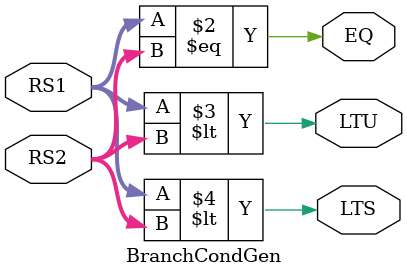
<source format=sv>
`timescale 1ns / 1ps


module BranchCondGen(RS1, RS2, EQ, LTU, LTS);

    input logic [31:0] RS1, RS2;
    output logic EQ, LTU, LTS;
    
    always_comb begin
        EQ = (RS1 == RS2);
        LTU = (RS1 < RS2);
        LTS = ($signed(RS1) < $signed(RS2));
    end

endmodule
</source>
